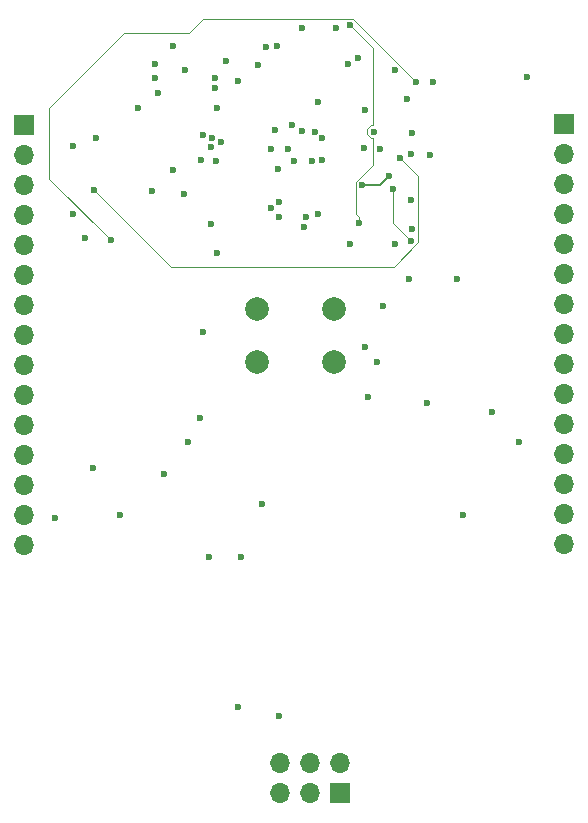
<source format=gbr>
%TF.GenerationSoftware,KiCad,Pcbnew,9.0.0*%
%TF.CreationDate,2025-04-07T20:23:24+05:30*%
%TF.ProjectId,arduino nano clone,61726475-696e-46f2-906e-616e6f20636c,rev?*%
%TF.SameCoordinates,Original*%
%TF.FileFunction,Copper,L6,Inr*%
%TF.FilePolarity,Positive*%
%FSLAX46Y46*%
G04 Gerber Fmt 4.6, Leading zero omitted, Abs format (unit mm)*
G04 Created by KiCad (PCBNEW 9.0.0) date 2025-04-07 20:23:24*
%MOMM*%
%LPD*%
G01*
G04 APERTURE LIST*
%TA.AperFunction,ComponentPad*%
%ADD10R,1.700000X1.700000*%
%TD*%
%TA.AperFunction,ComponentPad*%
%ADD11O,1.700000X1.700000*%
%TD*%
%TA.AperFunction,ComponentPad*%
%ADD12C,2.000000*%
%TD*%
%TA.AperFunction,ViaPad*%
%ADD13C,0.600000*%
%TD*%
%TA.AperFunction,Conductor*%
%ADD14C,0.010000*%
%TD*%
%TA.AperFunction,Conductor*%
%ADD15C,0.200000*%
%TD*%
%TA.AperFunction,Conductor*%
%ADD16C,0.100000*%
%TD*%
G04 APERTURE END LIST*
D10*
%TO.N,/D1{slash}TX*%
%TO.C,J3*%
X176377380Y-73380000D03*
D11*
%TO.N,/D0{slash}RX*%
X176377380Y-75920000D03*
%TO.N,/RESET*%
X176377380Y-78460000D03*
%TO.N,GND*%
X176377380Y-81000000D03*
%TO.N,/D2*%
X176377380Y-83540000D03*
%TO.N,/D3*%
X176377380Y-86080000D03*
%TO.N,/D4*%
X176377380Y-88620000D03*
%TO.N,/D5*%
X176377380Y-91160000D03*
%TO.N,/D6*%
X176377380Y-93700000D03*
%TO.N,/D7*%
X176377380Y-96240000D03*
%TO.N,/D8*%
X176377380Y-98780000D03*
%TO.N,/D9*%
X176377380Y-101320000D03*
%TO.N,/D10*%
X176377380Y-103860000D03*
%TO.N,/D11{slash}MOSI*%
X176377380Y-106400000D03*
%TO.N,/D12{slash}MISO*%
X176377380Y-108940000D03*
%TD*%
D10*
%TO.N,VCC*%
%TO.C,J4*%
X130627380Y-73420000D03*
D11*
%TO.N,GND*%
X130627380Y-75960000D03*
%TO.N,/RESET*%
X130627380Y-78500000D03*
%TO.N,+5V*%
X130627380Y-81040000D03*
%TO.N,/A7*%
X130627380Y-83580000D03*
%TO.N,/A6*%
X130627380Y-86120000D03*
%TO.N,/A5*%
X130627380Y-88660000D03*
%TO.N,/A4*%
X130627380Y-91200000D03*
%TO.N,/A3*%
X130627380Y-93740000D03*
%TO.N,/A2*%
X130627380Y-96280000D03*
%TO.N,/A1*%
X130627380Y-98820000D03*
%TO.N,/A0*%
X130627380Y-101360000D03*
%TO.N,/AREF*%
X130627380Y-103900000D03*
%TO.N,+3V3*%
X130627380Y-106440000D03*
%TO.N,/D13{slash}SCK*%
X130627380Y-108980000D03*
%TD*%
D10*
%TO.N,/D12{slash}MISO*%
%TO.C,J2*%
X157402380Y-130025000D03*
D11*
%TO.N,+5V*%
X157402380Y-127485000D03*
%TO.N,/D13{slash}SCK*%
X154862380Y-130025000D03*
%TO.N,/D11{slash}MOSI*%
X154862380Y-127485000D03*
%TO.N,/RESET*%
X152322380Y-130025000D03*
%TO.N,GND*%
X152322380Y-127485000D03*
%TD*%
D12*
%TO.N,Net-(U1-~{RESET}{slash}PC6)*%
%TO.C,SW1*%
X156877380Y-89000000D03*
X150377380Y-89000000D03*
%TO.N,GND*%
X156877380Y-93500000D03*
X150377380Y-93500000D03*
%TD*%
D13*
%TO.N,*%
X162450000Y-76200000D03*
X136560000Y-78940000D03*
X163450000Y-74150000D03*
X141450000Y-79000000D03*
%TO.N,GND*%
X150754760Y-105500000D03*
X145504760Y-98250000D03*
X159480000Y-72190000D03*
X158254760Y-83500000D03*
X163379178Y-75876996D03*
X170254760Y-97750000D03*
X145600000Y-76440000D03*
%TO.N,/AREF*%
X155852378Y-76370000D03*
X163504760Y-82250000D03*
%TO.N,Net-(U1-XTAL2{slash}PB7)*%
X155004760Y-76500000D03*
X136754760Y-74500000D03*
%TO.N,Net-(U1-XTAL1{slash}PB6)*%
X140254760Y-72000000D03*
X161504760Y-77750000D03*
X159254760Y-78500000D03*
%TO.N,+5V*%
X137960000Y-83200000D03*
X136504760Y-102500000D03*
X147310000Y-74840000D03*
X165270000Y-69810000D03*
X159399791Y-75366031D03*
X153494760Y-76480000D03*
X149004760Y-110000000D03*
X164754760Y-97000000D03*
X146254760Y-110000000D03*
X163780000Y-69810000D03*
%TO.N,Net-(U3-DTR)*%
X141754760Y-68250000D03*
X145754760Y-74250000D03*
%TO.N,Net-(D4-A)*%
X167254760Y-86500000D03*
X163254760Y-86500000D03*
X161004760Y-88750000D03*
%TO.N,VCC*%
X148754760Y-122750000D03*
X134754760Y-75250000D03*
X133254760Y-106750000D03*
X134754760Y-81000000D03*
X154127380Y-65250000D03*
X152254760Y-123500000D03*
X135754760Y-83000000D03*
%TO.N,Net-(J1-D+)*%
X162004760Y-83500000D03*
X157004760Y-65250000D03*
%TO.N,Net-(J1-ID)*%
X163424760Y-79790000D03*
X154354760Y-82050000D03*
X159014760Y-81750000D03*
X161834760Y-78840000D03*
X158254760Y-65000000D03*
X163374760Y-83280000D03*
%TO.N,/D12{slash}MISO*%
X146882281Y-76482719D03*
%TO.N,/D13{slash}SCK*%
X146442939Y-75325001D03*
%TO.N,/D11{slash}MOSI*%
X159504760Y-92250000D03*
X167754760Y-106500000D03*
X160504760Y-93500000D03*
X159754760Y-96500000D03*
X147004760Y-84250000D03*
X153004760Y-75500000D03*
%TO.N,/D8*%
X151504760Y-80500000D03*
%TO.N,/D4*%
X155852378Y-74560000D03*
X158055760Y-68301000D03*
%TO.N,/D3*%
X160254760Y-74000000D03*
X155254760Y-74000000D03*
%TO.N,/D0{slash}RX*%
X151084760Y-66820000D03*
X158877380Y-67750000D03*
%TO.N,/D7*%
X145754760Y-91000000D03*
X172504760Y-100250000D03*
X152254760Y-81250000D03*
%TO.N,/D6*%
X154504760Y-81250000D03*
%TO.N,/D2*%
X155504760Y-71500000D03*
X163090000Y-71249000D03*
%TO.N,/D9*%
X151504760Y-75500000D03*
%TO.N,/D1{slash}TX*%
X152004760Y-66750000D03*
X162004760Y-68750000D03*
%TO.N,/D10*%
X152174760Y-79920000D03*
X146414760Y-81840000D03*
X144204760Y-79260000D03*
%TO.N,/D5*%
X155504760Y-81000000D03*
%TO.N,/A0*%
X147004760Y-72000000D03*
%TO.N,/A1*%
X146754760Y-70300003D03*
%TO.N,/A6*%
X146554762Y-74499000D03*
%TO.N,/A3*%
X141754760Y-69500000D03*
X146754760Y-69500000D03*
%TO.N,/A2*%
X148754760Y-69750000D03*
X143254760Y-66750000D03*
%TO.N,/A4*%
X150424760Y-68330000D03*
%TO.N,/A7*%
X152134760Y-77200000D03*
X151894760Y-73860000D03*
%TO.N,/A5*%
X153354760Y-73410000D03*
%TO.N,Net-(U1-~{RESET}{slash}PC6)*%
X144504760Y-100250000D03*
X154153760Y-73960000D03*
X147754760Y-68000000D03*
X144254760Y-68750000D03*
X142504760Y-103000000D03*
%TO.N,/RX*%
X142004760Y-70750000D03*
X138754760Y-106500000D03*
%TO.N,/TX*%
X143254760Y-77250000D03*
X160805760Y-75449000D03*
%TO.N,Net-(U3-CBUS0)*%
X173184760Y-69360000D03*
%TO.N,Net-(U3-CBUS1)*%
X165004760Y-76000000D03*
%TD*%
D14*
%TO.N,*%
X143040000Y-85420000D02*
X136560000Y-78940000D01*
X161950353Y-85420000D02*
X143040000Y-85420000D01*
X164010760Y-77760760D02*
X164010760Y-83359593D01*
X162450000Y-76200000D02*
X164010760Y-77760760D01*
X164010760Y-83359593D02*
X161950353Y-85420000D01*
D15*
%TO.N,Net-(U1-XTAL1{slash}PB6)*%
X160754760Y-78500000D02*
X159504760Y-78500000D01*
X161504760Y-77750000D02*
X160754760Y-78500000D01*
D14*
%TO.N,+5V*%
X144610000Y-65670000D02*
X145786000Y-64494000D01*
X132780000Y-71980000D02*
X133880000Y-70880000D01*
X133880000Y-70880000D02*
X139090000Y-65670000D01*
X132780000Y-78000000D02*
X132780000Y-71980000D01*
X139090000Y-65670000D02*
X144610000Y-65670000D01*
X158464353Y-64494000D02*
X163790000Y-69819647D01*
X145786000Y-64494000D02*
X158464353Y-64494000D01*
X137960000Y-83180000D02*
X132780000Y-78000000D01*
D16*
%TO.N,Net-(J1-ID)*%
X158254760Y-65000000D02*
X160134760Y-66880000D01*
X159703760Y-73771768D02*
X159703760Y-74228232D01*
X159004760Y-81250000D02*
X159004760Y-81750000D01*
X160134760Y-66880000D02*
X160134760Y-73449000D01*
X160026528Y-74551000D02*
X160134760Y-74551000D01*
D14*
X163374760Y-83280000D02*
X161834760Y-81740000D01*
D16*
X159703760Y-74228232D02*
X160026528Y-74551000D01*
X160134760Y-74551000D02*
X160134760Y-76840768D01*
X158703760Y-78271768D02*
X158703760Y-80949000D01*
X160134760Y-73449000D02*
X160026528Y-73449000D01*
X160134760Y-76840768D02*
X158703760Y-78271768D01*
X158703760Y-80949000D02*
X159004760Y-81250000D01*
D14*
X161834760Y-81740000D02*
X161834760Y-78840000D01*
D16*
X160026528Y-73449000D02*
X159703760Y-73771768D01*
%TD*%
M02*

</source>
